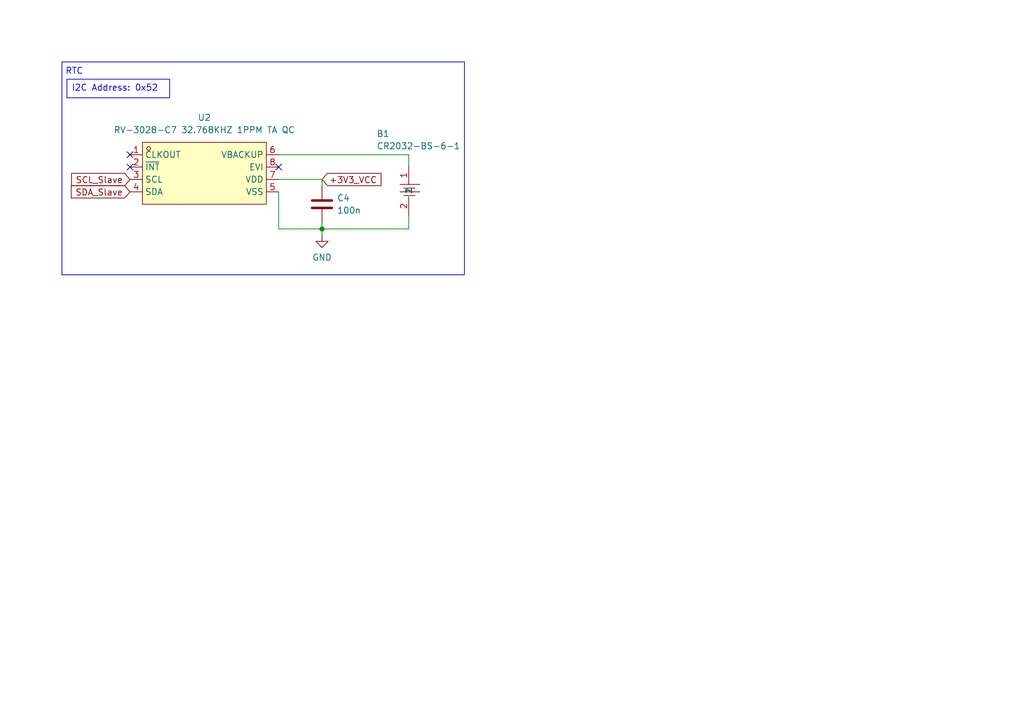
<source format=kicad_sch>
(kicad_sch (version 20250114) (generator "eeschema") (generator_version "9.0")
  (paper "A5")
  (lib_symbols
    (symbol "Device:C" (pin_numbers (hide yes)) (pin_names (offset 0.254))
      (property "Reference" "C" (at 0.635 2.54 0))
      (property "Value" "C" (at 0.635 -2.54 0))
      (symbol "C_0_1"
        (polyline (pts (xy -2.032 0.762) (xy 2.032 0.762)) (stroke (width 0.508)))
        (polyline (pts (xy -2.032 -0.762) (xy 2.032 -0.762)) (stroke (width 0.508)))
      )
      (symbol "C_1_1"
        (pin passive line (at 0 3.81 270) (length 2.794) (name "~") (number "1"))
        (pin passive line (at 0 -3.81 90) (length 2.794) (name "~") (number "2"))
      )
    )
    (symbol "power:GND" (power) (pin_numbers (hide yes)) (pin_names (offset 0) (hide yes))
      (property "Value" "GND" (at 0 -3.81 0))
      (symbol "GND_0_1"
        (polyline (pts (xy 0 0) (xy 0 -1.27) (xy 1.27 -1.27) (xy 0 -2.54) (xy -1.27 -1.27) (xy 0 -1.27)))
      )
      (symbol "GND_1_1"
        (pin power_in line (at 0 0 270) (length 0) (name "~") (number "1"))
      )
    )
    (symbol "syms_foots:CR2032-BS-6-1"
      (property "Reference" "B" (at 0 5.08 0))
      (property "Value" "CR2032-BS-6-1" (at 0 -5.08 0))
      (symbol "CR2032-BS-6-1_0_1"
        (polyline (pts (xy -1.27 2.29) (xy -1.27 -1.78)))
        (polyline (pts (xy -0.51 1.27) (xy -0.51 -1.02)))
        (polyline (pts (xy 0.25 2.29) (xy 0.25 -1.78)))
        (polyline (pts (xy 1.02 1.27) (xy 1.02 -1.02)))
        (pin input line (at -5.08 0 0) (length 3.81) (name "1") (number "1"))
        (pin input line (at 5.08 0 180) (length 3.81) (name "2") (number "2"))
      )
    )
    (symbol "syms_foots:RV-3028-C732.768KHZ1PPMTAQC"
      (property "Reference" "U" (at 0 8.89 0))
      (property "Value" "RV-3028-C7 32.768KHZ 1PPM TA QC" (at 0 -8.89 0))
      (symbol "RV-3028-C732.768KHZ1PPMTAQC_0_1"
        (rectangle (start -12.7 6.35) (end 12.7 -6.35) (fill (type background)))
        (circle (center -11.43 5.08) (radius 0.38))
        (pin unspecified line (at -15.24 3.81 0) (length 2.54) (name "CLKOUT") (number "1"))
        (pin unspecified line (at -15.24 1.27 0) (length 2.54) (name "~{INT}") (number "2"))
        (pin unspecified line (at -15.24 -1.27 0) (length 2.54) (name "SCL") (number "3"))
        (pin unspecified line (at -15.24 -3.81 0) (length 2.54) (name "SDA") (number "4"))
        (pin unspecified line (at 15.24 3.81 180) (length 2.54) (name "VBACKUP") (number "6"))
        (pin unspecified line (at 15.24 1.27 180) (length 2.54) (name "EVI") (number "8"))
        (pin unspecified line (at 15.24 -1.27 180) (length 2.54) (name "VDD") (number "7"))
        (pin unspecified line (at 15.24 -3.81 180) (length 2.54) (name "VSS") (number "5"))
      )
    )
  )
  (rectangle (start 12.7 12.7) (end 95.25 56.388))
  (text "RTC" (at 15.24 14.732 0) (effects (font (size 1.27 1.27))))
  (text_box "I2C Address: 0x52" (at 13.716 16.256 0) (size 21.082 3.81) (margins 0.9525 0.9525 0.9525 0.9525) (effects (font (size 1.27 1.27)) (justify left top)))
  (junction (at 66.04 46.99))
  (no_connect (at 26.67 31.75))
  (no_connect (at 57.15 34.29))
  (no_connect (at 26.67 34.29))
  (wire (pts (xy 66.04 46.99) (xy 83.82 46.99)))
  (wire (pts (xy 66.04 46.99) (xy 66.04 45.72)))
  (wire (pts (xy 83.82 44.196) (xy 83.82 46.99)))
  (wire (pts (xy 66.04 36.83) (xy 66.04 38.1)))
  (wire (pts (xy 83.82 31.75) (xy 57.15 31.75)))
  (wire (pts (xy 57.15 39.37) (xy 57.15 46.99)))
  (wire (pts (xy 66.04 48.26) (xy 66.04 46.99)))
  (wire (pts (xy 57.15 36.83) (xy 66.04 36.83)))
  (wire (pts (xy 57.15 46.99) (xy 66.04 46.99)))
  (wire (pts (xy 83.82 34.036) (xy 83.82 31.75)))
  (global_label "SDA_Slave" (shape input) (at 26.67 39.37 180) (property "Intersheetrefs" "${INTERSHEET_REFS}" (effects (hide yes))))
  (global_label "SCL_Slave" (shape input) (at 26.67 36.83 180) (property "Intersheetrefs" "${INTERSHEET_REFS}" (effects (hide yes))))
  (global_label "+3V3_VCC" (shape input) (at 66.04 36.83 0) (property "Intersheetrefs" "${INTERSHEET_REFS}" (effects (hide yes))))
  (symbol (lib_id "Device:C") (at 66.04 41.91 0) (unit 1)
    (property "Reference" "C4" (at 69.088 40.6399 0) (effects (justify left)))
    (property "Value" "100n" (at 69.088 43.1799 0) (effects (justify left)))
    (property "Footprint" "Capacitor_SMD:C_0402_1005Metric" (effects (hide yes)))
    (property "Description" "Unpolarized capacitor" (effects (hide yes)))
  )
  (symbol (lib_id "power:GND") (at 66.04 48.26 0) (unit 1)
    (property "Reference" "#PWR049" (effects (hide yes)))
    (property "Value" "GND" (at 66.04 52.832 0))
    (property "Description" "Power symbol creates a global label with name \"GND\" , ground" (effects (hide yes)))
  )
  (symbol (lib_id "syms_foots:CR2032-BS-6-1") (at 83.82 39.116 270) (unit 1)
    (property "Reference" "B1" (at 77.216 27.432 90) (effects (justify left)))
    (property "Value" "CR2032-BS-6-1" (at 77.216 29.972 90) (effects (justify left)))
    (property "Footprint" "syms_foots:BAT-TH_CR2032-BS-6-1" (effects (hide yes)))
    (property "Datasheet" "https://lcsc.com/product-detail/Battery-Holders-Clips-Contacts_Button-battery-holder-CR2032_C70377.html" (effects (hide yes)))
    (property "LCSC Part" "C70377" (effects (hide yes)))
  )
  (symbol (lib_id "syms_foots:RV-3028-C732.768KHZ1PPMTAQC") (at 41.91 35.56 0) (unit 1)
    (property "Reference" "U2" (at 41.91 24.13 0))
    (property "Value" "RV-3028-C7 32.768KHZ 1PPM TA QC" (at 41.91 26.67 0))
    (property "Footprint" "syms_foots:OSC-SMD_8P-L3.2-W1.5-P0.90-BL" (effects (hide yes)))
    (property "Datasheet" "https://www.microcrystal.com/fileadmin/Media/Products/RTC/App.Manual/RV-3028-C7_App-Manual.pdf" (effects (hide yes)))
    (property "LCSC Part" "C3019759" (effects (hide yes)))
  )
)
</source>
